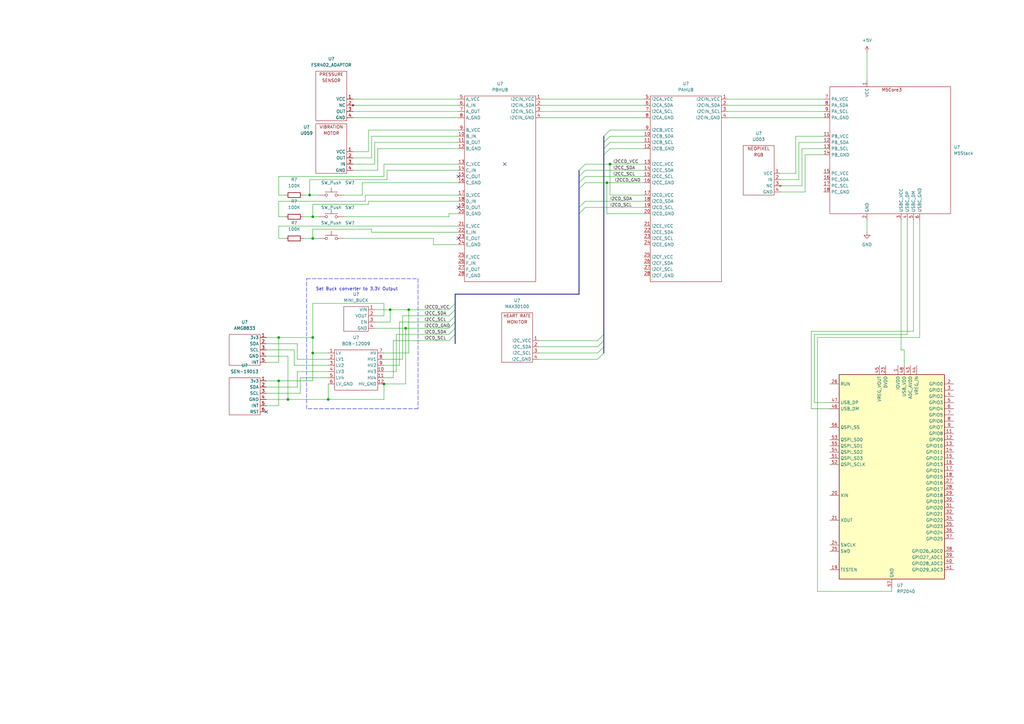
<source format=kicad_sch>
(kicad_sch (version 20211123) (generator eeschema)
  (paper "A3")
  (lib_symbols
    (symbol "Device:R" (pin_numbers hide) (pin_names (offset 0))
      (property "Reference" "R" (at 2.032 0 90))
      (property "Value" "R" (at 0 0 90))
      (symbol "R_0_1"
        (rectangle (start -1.016 -2.54) (end 1.016 2.54) (stroke (width 0.254)))
      )
      (symbol "R_1_1"
        (pin passive line (at 0 3.81 270) (length 1.27) (name "~") (number "1"))
        (pin passive line (at 0 -3.81 90) (length 1.27) (name "~") (number "2"))
      )
    )
    (symbol "M5TekSymbLib:AMG8833"
      (property "Reference" "U" (at 0 0 0))
      (property "Value" "AMG8833" (at 0 2.54 0))
      (symbol "AMG8833_0_0"
        (rectangle (start -6.35 -2.54) (end 6.35 -15.24))
      )
      (symbol "AMG8833_1_1"
        (pin power_in line (at 8.89 -3.81 180) (length 2.54) (name "3v3") (number "1"))
        (pin bidirectional line (at 8.89 -6.35 180) (length 2.54) (name "SDA") (number "2"))
        (pin bidirectional line (at 8.89 -8.89 180) (length 2.54) (name "SCL") (number "3"))
        (pin power_in line (at 8.89 -11.43 180) (length 2.54) (name "GND") (number "4"))
        (pin input line (at 8.89 -13.97 180) (length 2.54) (name "INT") (number "5"))
      )
    )
    (symbol "M5TekSymbLib:BOB-12009"
      (property "Reference" "U" (at 0 0 0))
      (property "Value" "BOB-12009" (at 0 2.54 0))
      (symbol "BOB-12009_0_0"
        (rectangle (start -8.89 -2.54) (end 8.89 -19.05))
      )
      (symbol "BOB-12009_1_1"
        (pin power_in line (at 11.43 -3.81 180) (length 2.54) (name "LV") (number "1"))
        (pin bidirectional line (at -11.43 -11.43 0) (length 2.54) (name "HV3") (number "10"))
        (pin bidirectional line (at -11.43 -13.97 0) (length 2.54) (name "HV4") (number "11"))
        (pin power_in line (at -11.43 -16.51 0) (length 2.54) (name "HV_GND") (number "12"))
        (pin bidirectional line (at 11.43 -6.35 180) (length 2.54) (name "LV1") (number "2"))
        (pin bidirectional line (at 11.43 -8.89 180) (length 2.54) (name "LV2") (number "3"))
        (pin bidirectional line (at 11.43 -11.43 180) (length 2.54) (name "LV3") (number "4"))
        (pin bidirectional line (at 11.43 -13.97 180) (length 2.54) (name "LV4") (number "5"))
        (pin power_in line (at 11.43 -16.51 180) (length 2.54) (name "LV_GND") (number "6"))
        (pin power_in line (at -11.43 -3.81 0) (length 2.54) (name "HV") (number "7"))
        (pin bidirectional line (at -11.43 -6.35 0) (length 2.54) (name "HV1") (number "8"))
        (pin bidirectional line (at -11.43 -8.89 0) (length 2.54) (name "HV2") (number "9"))
      )
    )
    (symbol "M5TekSymbLib:FSR402_ADAPTOR"
      (property "Reference" "U" (at 0 0 0))
      (property "Value" "FSR402_ADAPTOR" (at 0 2.54 0))
      (symbol "FSR402_ADAPTOR_0_0"
        (rectangle (start -6.35 -1.27) (end 6.35 -21.59))
        (text "PRESSURE" (at 0 -2.54 0) (effects (font (size 1.27 1.27))))
        (text "SENSOR" (at 0 -5.08 0) (effects (font (size 1.27 1.27))))
      )
      (symbol "FSR402_ADAPTOR_1_1"
        (pin input line (at 8.89 -12.7 180) (length 2.54) (name "VCC") (number "1"))
        (pin no_connect line (at 8.89 -15.24 180) (length 2.54) (name "NC") (number "2"))
        (pin input line (at 8.89 -17.78 180) (length 2.54) (name "OUT") (number "3"))
        (pin input line (at 8.89 -20.32 180) (length 2.54) (name "GND") (number "4"))
      )
    )
    (symbol "M5TekSymbLib:M5Stack"
      (property "Reference" "U" (at 0 0 0))
      (property "Value" "M5Stack" (at 0 2.54 0))
      (symbol "M5Stack_0_0"
        (text "M5Core3" (at 0 -3.81 0) (effects (font (size 1.27 1.27))))
      )
      (symbol "M5Stack_0_1"
        (rectangle (start -25.4 -2.54) (end 24.13 -54.61))
      )
      (symbol "M5Stack_1_1"
        (pin power_in line (at -10.16 0 270) (length 2.54) (name "VCC") (number "1"))
        (pin bidirectional line (at -27.94 -15.24 0) (length 2.54) (name "PA_GND") (number "10"))
        (pin bidirectional line (at -27.94 -22.86 0) (length 2.54) (name "PB_VCC") (number "11"))
        (pin bidirectional line (at -27.94 -25.4 0) (length 2.54) (name "PB_SDA") (number "12"))
        (pin bidirectional line (at -27.94 -27.94 0) (length 2.54) (name "PB_SCL") (number "13"))
        (pin bidirectional line (at -27.94 -30.48 0) (length 2.54) (name "PB_GND") (number "14"))
        (pin bidirectional line (at -27.94 -38.1 0) (length 2.54) (name "PC_VCC") (number "15"))
        (pin bidirectional line (at -27.94 -40.64 0) (length 2.54) (name "PC_SDA") (number "16"))
        (pin bidirectional line (at -27.94 -43.18 0) (length 2.54) (name "PC_SCL") (number "17"))
        (pin bidirectional line (at -27.94 -45.72 0) (length 2.54) (name "PC_GND") (number "18"))
        (pin power_in line (at -10.16 -57.15 90) (length 2.54) (name "GND") (number "2"))
        (pin bidirectional line (at 3.81 -57.15 90) (length 2.54) (name "USBC_VCC") (number "3"))
        (pin bidirectional line (at 6.35 -57.15 90) (length 2.54) (name "USBC_DP") (number "4"))
        (pin bidirectional line (at 8.89 -57.15 90) (length 2.54) (name "USBC_DM") (number "5"))
        (pin bidirectional line (at 11.43 -57.15 90) (length 2.54) (name "USBC_GND") (number "6"))
        (pin bidirectional line (at -27.94 -7.62 0) (length 2.54) (name "PA_VCC") (number "7"))
        (pin bidirectional line (at -27.94 -10.16 0) (length 2.54) (name "PA_SDA") (number "8"))
        (pin bidirectional line (at -27.94 -12.7 0) (length 2.54) (name "PA_SCL") (number "9"))
      )
    )
    (symbol "M5TekSymbLib:MAX30100"
      (property "Reference" "U" (at 0 0 0))
      (property "Value" "MAX30100" (at 0 2.54 0))
      (symbol "MAX30100_0_0"
        (rectangle (start -6.35 -2.54) (end 6.35 -22.86))
        (text "HEART RATE" (at 0 -3.81 0) (effects (font (size 1.27 1.27))))
        (text "MONITOR" (at 0 -6.35 0) (effects (font (size 1.27 1.27))))
      )
      (symbol "MAX30100_1_1"
        (pin input line (at 8.89 -13.97 180) (length 2.54) (name "I2C_VCC") (number "1"))
        (pin input line (at 8.89 -16.51 180) (length 2.54) (name "I2C_SDA") (number "2"))
        (pin input line (at 8.89 -19.05 180) (length 2.54) (name "I2C_SCL") (number "3"))
        (pin input line (at 8.89 -21.59 180) (length 2.54) (name "I2C_GND") (number "4"))
      )
    )
    (symbol "M5TekSymbLib:MINI_BUCK"
      (property "Reference" "U" (at 0 0 0))
      (property "Value" "MINI_BUCK" (at 0 2.54 0))
      (symbol "MINI_BUCK_0_0"
        (rectangle (start -5.08 -2.54) (end 5.08 -12.7))
      )
      (symbol "MINI_BUCK_1_1"
        (pin power_in line (at 7.62 -3.81 180) (length 2.54) (name "VIN") (number "1"))
        (pin power_out line (at 7.62 -6.35 180) (length 2.54) (name "VOUT") (number "2"))
        (pin input line (at 7.62 -8.89 180) (length 2.54) (name "EN") (number "3"))
        (pin power_in line (at 7.62 -11.43 180) (length 2.54) (name "GND") (number "4"))
      )
    )
    (symbol "M5TekSymbLib:PAHUB"
      (property "Reference" "U" (at 0 0 0))
      (property "Value" "PAHUB" (at 0 2.54 0))
      (symbol "PAHUB_0_0"
        (rectangle (start -15.24 -1.27) (end 13.97 -77.47))
      )
      (symbol "PAHUB_1_1"
        (pin input line (at 16.51 -2.54 180) (length 2.54) (name "I2CIN_VCC") (number "1"))
        (pin output line (at -17.78 -17.78 0) (length 2.54) (name "I2CB_SDA") (number "10"))
        (pin output line (at -17.78 -20.32 0) (length 2.54) (name "I2CB_SCL") (number "11"))
        (pin output line (at -17.78 -22.86 0) (length 2.54) (name "I2CB_GND") (number "12"))
        (pin output line (at -17.78 -29.21 0) (length 2.54) (name "I2CC_VCC") (number "13"))
        (pin output line (at -17.78 -31.75 0) (length 2.54) (name "I2CC_SDA") (number "14"))
        (pin output line (at -17.78 -34.29 0) (length 2.54) (name "I2CC_SCL") (number "15"))
        (pin output line (at -17.78 -36.83 0) (length 2.54) (name "I2CC_GND") (number "16"))
        (pin output line (at -17.78 -41.91 0) (length 2.54) (name "I2CD_VCC") (number "17"))
        (pin output line (at -17.78 -44.45 0) (length 2.54) (name "I2CD_SDA") (number "18"))
        (pin output line (at -17.78 -46.99 0) (length 2.54) (name "I2CD_SCL") (number "19"))
        (pin input line (at 16.51 -5.08 180) (length 2.54) (name "I2CIN_SDA") (number "2"))
        (pin output line (at -17.78 -49.53 0) (length 2.54) (name "I2CD_GND") (number "20"))
        (pin output line (at -17.78 -54.61 0) (length 2.54) (name "I2CE_VCC") (number "21"))
        (pin output line (at -17.78 -57.15 0) (length 2.54) (name "I2CE_SDA") (number "22"))
        (pin output line (at -17.78 -59.69 0) (length 2.54) (name "I2CE_SCL") (number "23"))
        (pin output line (at -17.78 -62.23 0) (length 2.54) (name "I2CE_GND") (number "24"))
        (pin output line (at -17.78 -67.31 0) (length 2.54) (name "I2CF_VCC") (number "25"))
        (pin output line (at -17.78 -69.85 0) (length 2.54) (name "I2CF_SDA") (number "26"))
        (pin output line (at -17.78 -72.39 0) (length 2.54) (name "I2CF_SCL") (number "27"))
        (pin output line (at -17.78 -74.93 0) (length 2.54) (name "I2CF_GND") (number "28"))
        (pin input line (at 16.51 -7.62 180) (length 2.54) (name "I2CIN_SCL") (number "3"))
        (pin input line (at 16.51 -10.16 180) (length 2.54) (name "I2CIN_GND") (number "4"))
        (pin output line (at -17.78 -2.54 0) (length 2.54) (name "I2CA_VCC") (number "5"))
        (pin output line (at -17.78 -5.08 0) (length 2.54) (name "I2CA_SDA") (number "6"))
        (pin output line (at -17.78 -7.62 0) (length 2.54) (name "I2CA_SCL") (number "7"))
        (pin output line (at -17.78 -10.16 0) (length 2.54) (name "I2CA_GND") (number "8"))
        (pin output line (at -17.78 -15.24 0) (length 2.54) (name "I2CB_VCC") (number "9"))
      )
    )
    (symbol "M5TekSymbLib:PBHUB"
      (property "Reference" "U" (at 0 0 0))
      (property "Value" "PBHUB" (at 0 2.54 0))
      (symbol "PBHUB_0_0"
        (rectangle (start -15.24 -1.27) (end 13.97 -77.47))
      )
      (symbol "PBHUB_1_1"
        (pin input line (at 16.51 -2.54 180) (length 2.54) (name "I2CIN_VCC") (number "1"))
        (pin output line (at -17.78 -17.78 0) (length 2.54) (name "B_IN") (number "10"))
        (pin output line (at -17.78 -20.32 0) (length 2.54) (name "B_OUT") (number "11"))
        (pin output line (at -17.78 -22.86 0) (length 2.54) (name "B_GND") (number "12"))
        (pin output line (at -17.78 -29.21 0) (length 2.54) (name "C_VCC") (number "13"))
        (pin output line (at -17.78 -31.75 0) (length 2.54) (name "C_IN") (number "14"))
        (pin output line (at -17.78 -34.29 0) (length 2.54) (name "C_OUT") (number "15"))
        (pin output line (at -17.78 -36.83 0) (length 2.54) (name "C_GND") (number "16"))
        (pin output line (at -17.78 -41.91 0) (length 2.54) (name "D_VCC") (number "17"))
        (pin output line (at -17.78 -44.45 0) (length 2.54) (name "D_IN") (number "18"))
        (pin output line (at -17.78 -46.99 0) (length 2.54) (name "D_OUT") (number "19"))
        (pin input line (at 16.51 -5.08 180) (length 2.54) (name "I2CIN_SDA") (number "2"))
        (pin output line (at -17.78 -49.53 0) (length 2.54) (name "D_GND") (number "20"))
        (pin output line (at -17.78 -54.61 0) (length 2.54) (name "E_VCC") (number "21"))
        (pin output line (at -17.78 -57.15 0) (length 2.54) (name "E_IN") (number "22"))
        (pin output line (at -17.78 -59.69 0) (length 2.54) (name "E_OUT") (number "23"))
        (pin output line (at -17.78 -62.23 0) (length 2.54) (name "E_GND") (number "24"))
        (pin output line (at -17.78 -67.31 0) (length 2.54) (name "F_VCC") (number "25"))
        (pin output line (at -17.78 -69.85 0) (length 2.54) (name "F_IN") (number "26"))
        (pin output line (at -17.78 -72.39 0) (length 2.54) (name "F_OUT") (number "27"))
        (pin output line (at -17.78 -74.93 0) (length 2.54) (name "F_GND") (number "28"))
        (pin input line (at 16.51 -7.62 180) (length 2.54) (name "I2CIN_SCL") (number "3"))
        (pin input line (at 16.51 -10.16 180) (length 2.54) (name "I2CIN_GND") (number "4"))
        (pin output line (at -17.78 -2.54 0) (length 2.54) (name "A_VCC") (number "5"))
        (pin output line (at -17.78 -5.08 0) (length 2.54) (name "A_IN") (number "6"))
        (pin output line (at -17.78 -7.62 0) (length 2.54) (name "A_OUT") (number "7"))
        (pin output line (at -17.78 -10.16 0) (length 2.54) (name "A_GND") (number "8"))
        (pin output line (at -17.78 -15.24 0) (length 2.54) (name "B_VCC") (number "9"))
      )
    )
    (symbol "M5TekSymbLib:SEN-19013"
      (property "Reference" "U" (at 0 0 0))
      (property "Value" "SEN-19013" (at 0 2.54 0))
      (symbol "SEN-19013_0_0"
        (rectangle (start -6.35 -1.27) (end 6.35 -16.51))
      )
      (symbol "SEN-19013_1_1"
        (pin power_in line (at 8.89 -2.54 180) (length 2.54) (name "3v3") (number "1"))
        (pin bidirectional line (at 8.89 -5.08 180) (length 2.54) (name "SDA") (number "2"))
        (pin bidirectional line (at 8.89 -7.62 180) (length 2.54) (name "SCL") (number "3"))
        (pin power_in line (at 8.89 -10.16 180) (length 2.54) (name "GND") (number "4"))
        (pin input line (at 8.89 -12.7 180) (length 2.54) (name "INT") (number "5"))
        (pin input line (at 8.89 -15.24 180) (length 2.54) (name "RST") (number "6"))
      )
    )
    (symbol "M5TekSymbLib:U003"
      (property "Reference" "U" (at 0 0 0))
      (property "Value" "U003" (at 0 2.54 0))
      (symbol "U003_0_0"
        (rectangle (start -6.35 -1.27) (end 6.35 -21.59))
        (text "NEOPIXEL" (at 0 -2.54 0) (effects (font (size 1.27 1.27))))
        (text "RGB" (at 0 -5.08 0) (effects (font (size 1.27 1.27))))
      )
      (symbol "U003_1_1"
        (pin input line (at 8.89 -12.7 180) (length 2.54) (name "VCC") (number "1"))
        (pin input line (at 8.89 -15.24 180) (length 2.54) (name "IN") (number "2"))
        (pin no_connect line (at 8.89 -17.78 180) (length 2.54) (name "NC") (number "3"))
        (pin input line (at 8.89 -20.32 180) (length 2.54) (name "GND") (number "4"))
      )
    )
    (symbol "M5TekSymbLib:U059"
      (property "Reference" "U" (at 0 0 0))
      (property "Value" "U059" (at 0 2.54 0))
      (symbol "U059_0_0"
        (rectangle (start -6.35 -1.27) (end 6.35 -21.59))
        (text "MOTOR" (at 0 -5.08 0) (effects (font (size 1.27 1.27))))
        (text "VIBRATION" (at 0 -2.54 0) (effects (font (size 1.27 1.27))))
      )
      (symbol "U059_1_1"
        (pin input line (at 8.89 -12.7 180) (length 2.54) (name "VCC") (number "1"))
        (pin input line (at 8.89 -15.24 180) (length 2.54) (name "OUT") (number "2"))
        (pin input line (at 8.89 -17.78 180) (length 2.54) (name "IN") (number "3"))
        (pin input line (at 8.89 -20.32 180) (length 2.54) (name "GND") (number "4"))
      )
    )
    (symbol "MCU_RaspberryPi:RP2040"
      (property "Reference" "U" (at 17.78 45.72 0))
      (property "Value" "RP2040" (at 17.78 43.18 0))
      (symbol "RP2040_0_1"
        (rectangle (start -21.59 41.91) (end 21.59 -41.91) (stroke (width 0.254)) (fill (type background)))
      )
      (symbol "RP2040_1_1"
        (pin power_in line (at 2.54 45.72 270) (length 3.81) (name "IOVDD") (number "1"))
        (pin passive line (at 2.54 45.72 270) (length 3.81) hide (name "IOVDD") (number "10"))
        (pin bidirectional line (at 25.4 17.78 180) (length 3.81) (name "GPIO8") (number "11"))
        (pin bidirectional line (at 25.4 15.24 180) (length 3.81) (name "GPIO9") (number "12"))
        (pin bidirectional line (at 25.4 12.7 180) (length 3.81) (name "GPIO10") (number "13"))
        (pin bidirectional line (at 25.4 10.16 180) (length 3.81) (name "GPIO11") (number "14"))
        (pin bidirectional line (at 25.4 7.62 180) (length 3.81) (name "GPIO12") (number "15"))
        (pin bidirectional line (at 25.4 5.08 180) (length 3.81) (name "GPIO13") (number "16"))
        (pin bidirectional line (at 25.4 2.54 180) (length 3.81) (name "GPIO14") (number "17"))
        (pin bidirectional line (at 25.4 0 180) (length 3.81) (name "GPIO15") (number "18"))
        (pin input line (at -25.4 -38.1 0) (length 3.81) (name "TESTEN") (number "19"))
        (pin bidirectional line (at 25.4 38.1 180) (length 3.81) (name "GPIO0") (number "2"))
        (pin input line (at -25.4 -7.62 0) (length 3.81) (name "XIN") (number "20"))
        (pin passive line (at -25.4 -17.78 0) (length 3.81) (name "XOUT") (number "21"))
        (pin passive line (at 2.54 45.72 270) (length 3.81) hide (name "IOVDD") (number "22"))
        (pin power_in line (at -2.54 45.72 270) (length 3.81) (name "DVDD") (number "23"))
        (pin output line (at -25.4 -27.94 0) (length 3.81) (name "SWCLK") (number "24"))
        (pin bidirectional line (at -25.4 -30.48 0) (length 3.81) (name "SWD") (number "25"))
        (pin input line (at -25.4 38.1 0) (length 3.81) (name "RUN") (number "26"))
        (pin bidirectional line (at 25.4 -2.54 180) (length 3.81) (name "GPIO16") (number "27"))
        (pin bidirectional line (at 25.4 -5.08 180) (length 3.81) (name "GPIO17") (number "28"))
        (pin bidirectional line (at 25.4 -7.62 180) (length 3.81) (name "GPIO18") (number "29"))
        (pin bidirectional line (at 25.4 35.56 180) (length 3.81) (name "GPIO1") (number "3"))
        (pin bidirectional line (at 25.4 -10.16 180) (length 3.81) (name "GPIO19") (number "30"))
        (pin bidirectional line (at 25.4 -12.7 180) (length 3.81) (name "GPIO20") (number "31"))
        (pin bidirectional line (at 25.4 -15.24 180) (length 3.81) (name "GPIO21") (number "32"))
        (pin passive line (at 2.54 45.72 270) (length 3.81) hide (name "IOVDD") (number "33"))
        (pin bidirectional line (at 25.4 -17.78 180) (length 3.81) (name "GPIO22") (number "34"))
        (pin bidirectional line (at 25.4 -20.32 180) (length 3.81) (name "GPIO23") (number "35"))
        (pin bidirectional line (at 25.4 -22.86 180) (length 3.81) (name "GPIO24") (number "36"))
        (pin bidirectional line (at 25.4 -25.4 180) (length 3.81) (name "GPIO25") (number "37"))
        (pin bidirectional line (at 25.4 -30.48 180) (length 3.81) (name "GPIO26_ADC0") (number "38"))
        (pin bidirectional line (at 25.4 -33.02 180) (length 3.81) (name "GPIO27_ADC1") (number "39"))
        (pin bidirectional line (at 25.4 33.02 180) (length 3.81) (name "GPIO2") (number "4"))
        (pin bidirectional line (at 25.4 -35.56 180) (length 3.81) (name "GPIO28_ADC2") (number "40"))
        (pin bidirectional line (at 25.4 -38.1 180) (length 3.81) (name "GPIO29_ADC3") (number "41"))
        (pin passive line (at 2.54 45.72 270) (length 3.81) hide (name "IOVDD") (number "42"))
        (pin power_in line (at 7.62 45.72 270) (length 3.81) (name "ADC_AVDD") (number "43"))
        (pin power_in line (at 10.16 45.72 270) (length 3.81) (name "VREG_IN") (number "44"))
        (pin power_out line (at -5.08 45.72 270) (length 3.81) (name "VREG_VOUT") (number "45"))
        (pin bidirectional line (at -25.4 27.94 0) (length 3.81) (name "USB_DM") (number "46"))
        (pin bidirectional line (at -25.4 30.48 0) (length 3.81) (name "USB_DP") (number "47"))
        (pin power_in line (at 5.08 45.72 270) (length 3.81) (name "USB_VDD") (number "48"))
        (pin passive line (at 2.54 45.72 270) (length 3.81) hide (name "IOVDD") (number "49"))
        (pin bidirectional line (at 25.4 30.48 180) (length 3.81) (name "GPIO3") (number "5"))
        (pin passive line (at -2.54 45.72 270) (length 3.81) hide (name "DVDD") (number "50"))
        (pin bidirectional line (at -25.4 7.62 0) (length 3.81) (name "QSPI_SD3") (number "51"))
        (pin output line (at -25.4 5.08 0) (length 3.81) (name "QSPI_SCLK") (number "52"))
        (pin bidirectional line (at -25.4 15.24 0) (length 3.81) (name "QSPI_SD0") (number "53"))
        (pin bidirectional line (at -25.4 10.16 0) (length 3.81) (name "QSPI_SD2") (number "54"))
        (pin bidirectional line (at -25.4 12.7 0) (length 3.81) (name "QSPI_SD1") (number "55"))
        (pin bidirectional line (at -25.4 20.32 0) (length 3.81) (name "QSPI_SS") (number "56"))
        (pin power_in line (at 0 -45.72 90) (length 3.81) (name "GND") (number "57"))
        (pin bidirectional line (at 25.4 27.94 180) (length 3.81) (name "GPIO4") (number "6"))
        (pin bidirectional line (at 25.4 25.4 180) (length 3.81) (name "GPIO5") (number "7"))
        (pin bidirectional line (at 25.4 22.86 180) (length 3.81) (name "GPIO6") (number "8"))
        (pin bidirectional line (at 25.4 20.32 180) (length 3.81) (name "GPIO7") (number "9"))
      )
    )
    (symbol "Switch:SW_Push" (pin_numbers hide) (pin_names (offset 1.016) hide)
      (property "Reference" "SW" (at 1.27 2.54 0))
      (property "Value" "SW_Push" (at 0 -1.524 0))
      (symbol "SW_Push_0_1"
        (circle (center -2.032 0) (radius 0.508))
        (polyline (pts (xy 0 1.27) (xy 0 3.048)))
        (polyline (pts (xy 2.54 1.27) (xy -2.54 1.27)))
        (circle (center 2.032 0) (radius 0.508))
        (pin passive line (at -5.08 0 0) (length 2.54) (name "1") (number "1"))
        (pin passive line (at 5.08 0 180) (length 2.54) (name "2") (number "2"))
      )
    )
    (symbol "power:+5V" (power) (pin_names (offset 0))
      (property "Value" "+5V" (at 0 3.556 0))
      (symbol "+5V_0_1"
        (polyline (pts (xy -0.762 1.27) (xy 0 2.54)))
        (polyline (pts (xy 0 0) (xy 0 2.54)))
        (polyline (pts (xy 0 2.54) (xy 0.762 1.27)))
      )
      (symbol "+5V_1_1"
        (pin power_in line (at 0 0 90) (length 0) hide (name "+5V") (number "1"))
      )
    )
    (symbol "power:GND" (power) (pin_names (offset 0))
      (property "Value" "GND" (at 0 -3.81 0))
      (symbol "GND_0_1"
        (polyline (pts (xy 0 0) (xy 0 -1.27) (xy 1.27 -1.27) (xy 0 -2.54) (xy -1.27 -1.27) (xy 0 -1.27)))
      )
      (symbol "GND_1_1"
        (pin power_in line (at 0 0 270) (length 0) hide (name "GND") (number "1"))
      )
    )
  )
  (junction (at 128.27 144.78))
  (junction (at 128.27 138.43))
  (junction (at 134.62 163.83))
  (junction (at 127 80.01))
  (junction (at 157.48 157.48))
  (junction (at 160.02 127))
  (junction (at 167.64 127))
  (junction (at 166.37 134.62))
  (junction (at 118.11 163.83))
  (junction (at 248.92 74.93))
  (junction (at 114.3 138.43))
  (junction (at 128.27 88.9))
  (junction (at 114.3 156.21))
  (junction (at 250.19 67.31))
  (junction (at 128.27 97.79))
  (no_connect (at 187.96 97.79))
  (no_connect (at 109.22 168.91))
  (no_connect (at 207.01 67.31))
  (no_connect (at 187.96 72.39))
  (no_connect (at 187.96 85.09))
  (bus_entry (at 237.49 85.09) (size 2.54 -2.54))
  (bus_entry (at 237.49 87.63) (size 2.54 -2.54))
  (bus_entry (at 237.49 69.85) (size 2.54 -2.54))
  (bus_entry (at 237.49 72.39) (size 2.54 -2.54))
  (bus_entry (at 237.49 74.93) (size 2.54 -2.54))
  (bus_entry (at 237.49 77.47) (size 2.54 -2.54))
  (bus_entry (at 186.69 134.62) (size -2.54 2.54))
  (bus_entry (at 186.69 137.16) (size -2.54 2.54))
  (bus_entry (at 247.65 144.78) (size -2.54 2.54))
  (bus_entry (at 247.65 137.16) (size -2.54 2.54))
  (bus_entry (at 247.65 139.7) (size -2.54 2.54))
  (bus_entry (at 247.65 142.24) (size -2.54 2.54))
  (bus_entry (at 247.65 60.96) (size 2.54 -2.54))
  (bus_entry (at 247.65 63.5) (size 2.54 -2.54))
  (bus_entry (at 247.65 55.88) (size 2.54 -2.54))
  (bus_entry (at 247.65 58.42) (size 2.54 -2.54))
  (bus_entry (at 184.15 127) (size 2.54 -2.54))
  (bus_entry (at 184.15 134.62) (size 2.54 -2.54))
  (bus_entry (at 184.15 129.54) (size 2.54 -2.54))
  (bus_entry (at 184.15 132.08) (size 2.54 -2.54))
  (wire (pts (xy 158.75 73.66) (xy 127 73.66)))
  (wire (pts (xy 184.15 87.63) (xy 187.96 87.63)))
  (wire (pts (xy 298.45 45.72) (xy 337.82 45.72)))
  (wire (pts (xy 248.92 87.63) (xy 248.92 74.93)))
  (wire (pts (xy 162.56 137.16) (xy 162.56 152.4)))
  (wire (pts (xy 250.19 58.42) (xy 264.16 58.42)))
  (wire (pts (xy 114.3 92.71) (xy 114.3 97.79)))
  (wire (pts (xy 144.78 48.26) (xy 187.96 48.26)))
  (wire (pts (xy 250.19 53.34) (xy 264.16 53.34)))
  (wire (pts (xy 124.46 97.79) (xy 128.27 97.79)))
  (wire (pts (xy 166.37 134.62) (xy 166.37 157.48)))
  (wire (pts (xy 160.02 127) (xy 167.64 127)))
  (wire (pts (xy 109.22 143.51) (xy 120.65 143.51)))
  (bus (pts (xy 186.69 134.62) (xy 186.69 137.16)))
  (wire (pts (xy 166.37 134.62) (xy 184.15 134.62)))
  (bus (pts (xy 247.65 142.24) (xy 247.65 144.78)))
  (wire (pts (xy 121.92 152.4) (xy 121.92 158.75)))
  (wire (pts (xy 154.94 69.85) (xy 144.78 69.85)))
  (wire (pts (xy 337.82 60.96) (xy 328.93 60.96)))
  (wire (pts (xy 222.25 45.72) (xy 264.16 45.72)))
  (bus (pts (xy 186.69 132.08) (xy 186.69 134.62)))
  (wire (pts (xy 152.4 93.98) (xy 128.27 93.98)))
  (wire (pts (xy 187.96 80.01) (xy 149.86 80.01)))
  (wire (pts (xy 162.56 152.4) (xy 157.48 152.4)))
  (wire (pts (xy 264.16 87.63) (xy 248.92 87.63)))
  (wire (pts (xy 332.74 167.64) (xy 332.74 135.89)))
  (wire (pts (xy 114.3 82.55) (xy 149.86 82.55)))
  (bus (pts (xy 247.65 60.96) (xy 247.65 63.5)))
  (wire (pts (xy 151.13 53.34) (xy 151.13 62.23)))
  (wire (pts (xy 340.36 167.64) (xy 332.74 167.64)))
  (wire (pts (xy 337.82 63.5) (xy 330.2 63.5)))
  (wire (pts (xy 109.22 146.05) (xy 118.11 146.05)))
  (wire (pts (xy 326.39 55.88) (xy 326.39 71.12)))
  (wire (pts (xy 120.65 149.86) (xy 134.62 149.86)))
  (bus (pts (xy 186.69 129.54) (xy 186.69 132.08)))
  (wire (pts (xy 124.46 80.01) (xy 127 80.01)))
  (wire (pts (xy 165.1 147.32) (xy 157.48 147.32)))
  (wire (pts (xy 161.29 154.94) (xy 157.48 154.94)))
  (wire (pts (xy 187.96 58.42) (xy 153.67 58.42)))
  (wire (pts (xy 326.39 71.12) (xy 320.04 71.12)))
  (wire (pts (xy 123.19 161.29) (xy 109.22 161.29)))
  (wire (pts (xy 114.3 82.55) (xy 114.3 88.9)))
  (wire (pts (xy 222.25 43.18) (xy 264.16 43.18)))
  (wire (pts (xy 240.03 69.85) (xy 264.16 69.85)))
  (wire (pts (xy 298.45 48.26) (xy 337.82 48.26)))
  (bus (pts (xy 237.49 74.93) (xy 237.49 77.47)))
  (wire (pts (xy 332.74 135.89) (xy 374.65 135.89)))
  (wire (pts (xy 355.6 90.17) (xy 355.6 95.25)))
  (wire (pts (xy 167.64 127) (xy 167.64 144.78)))
  (wire (pts (xy 151.13 83.82) (xy 128.27 83.82)))
  (wire (pts (xy 369.57 90.17) (xy 369.57 143.51)))
  (wire (pts (xy 148.59 80.01) (xy 140.97 80.01)))
  (wire (pts (xy 140.97 88.9) (xy 184.15 88.9)))
  (wire (pts (xy 152.4 95.25) (xy 152.4 93.98)))
  (wire (pts (xy 118.11 146.05) (xy 118.11 163.83)))
  (wire (pts (xy 250.19 67.31) (xy 264.16 67.31)))
  (wire (pts (xy 153.67 67.31) (xy 144.78 67.31)))
  (wire (pts (xy 330.2 63.5) (xy 330.2 78.74)))
  (wire (pts (xy 121.92 147.32) (xy 134.62 147.32)))
  (wire (pts (xy 114.3 166.37) (xy 114.3 156.21)))
  (wire (pts (xy 327.66 73.66) (xy 320.04 73.66)))
  (wire (pts (xy 250.19 60.96) (xy 264.16 60.96)))
  (wire (pts (xy 153.67 132.08) (xy 160.02 132.08)))
  (wire (pts (xy 177.8 97.79) (xy 177.8 100.33)))
  (wire (pts (xy 328.93 76.2) (xy 320.04 76.2)))
  (wire (pts (xy 157.48 72.39) (xy 114.3 72.39)))
  (polyline (pts (xy 171.45 167.64) (xy 125.73 167.64)))
  (wire (pts (xy 157.48 67.31) (xy 157.48 72.39)))
  (bus (pts (xy 247.65 63.5) (xy 247.65 137.16)))
  (wire (pts (xy 369.57 143.51) (xy 370.84 143.51)))
  (wire (pts (xy 127 73.66) (xy 127 80.01)))
  (wire (pts (xy 144.78 40.64) (xy 187.96 40.64)))
  (bus (pts (xy 186.69 120.65) (xy 186.69 124.46)))
  (wire (pts (xy 157.48 124.46) (xy 128.27 124.46)))
  (wire (pts (xy 250.19 55.88) (xy 264.16 55.88)))
  (wire (pts (xy 134.62 154.94) (xy 123.19 154.94)))
  (wire (pts (xy 163.83 149.86) (xy 157.48 149.86)))
  (wire (pts (xy 250.19 80.01) (xy 250.19 67.31)))
  (wire (pts (xy 372.11 137.16) (xy 334.01 137.16)))
  (wire (pts (xy 298.45 43.18) (xy 337.82 43.18)))
  (wire (pts (xy 128.27 83.82) (xy 128.27 88.9)))
  (wire (pts (xy 114.3 138.43) (xy 128.27 138.43)))
  (wire (pts (xy 240.03 74.93) (xy 248.92 74.93)))
  (bus (pts (xy 247.65 58.42) (xy 247.65 60.96)))
  (wire (pts (xy 149.86 80.01) (xy 149.86 82.55)))
  (wire (pts (xy 337.82 58.42) (xy 327.66 58.42)))
  (wire (pts (xy 240.03 82.55) (xy 264.16 82.55)))
  (wire (pts (xy 157.48 163.83) (xy 157.48 157.48)))
  (bus (pts (xy 237.49 85.09) (xy 237.49 87.63)))
  (wire (pts (xy 166.37 157.48) (xy 157.48 157.48)))
  (wire (pts (xy 128.27 144.78) (xy 128.27 156.21)))
  (wire (pts (xy 140.97 97.79) (xy 177.8 97.79)))
  (wire (pts (xy 128.27 88.9) (xy 130.81 88.9)))
  (wire (pts (xy 355.6 21.59) (xy 355.6 33.02)))
  (wire (pts (xy 124.46 88.9) (xy 128.27 88.9)))
  (wire (pts (xy 222.25 40.64) (xy 264.16 40.64)))
  (wire (pts (xy 153.67 134.62) (xy 166.37 134.62)))
  (wire (pts (xy 167.64 144.78) (xy 157.48 144.78)))
  (bus (pts (xy 186.69 137.16) (xy 186.69 140.97)))
  (wire (pts (xy 220.98 139.7) (xy 245.11 139.7)))
  (wire (pts (xy 127 80.01) (xy 130.81 80.01)))
  (wire (pts (xy 240.03 72.39) (xy 264.16 72.39)))
  (wire (pts (xy 330.2 78.74) (xy 320.04 78.74)))
  (wire (pts (xy 153.67 127) (xy 160.02 127)))
  (wire (pts (xy 128.27 138.43) (xy 128.27 144.78)))
  (polyline (pts (xy 125.73 114.3) (xy 171.45 114.3)))
  (wire (pts (xy 187.96 74.93) (xy 148.59 74.93)))
  (wire (pts (xy 109.22 140.97) (xy 121.92 140.97)))
  (wire (pts (xy 161.29 139.7) (xy 161.29 154.94)))
  (bus (pts (xy 247.65 137.16) (xy 247.65 139.7)))
  (wire (pts (xy 128.27 156.21) (xy 114.3 156.21)))
  (wire (pts (xy 154.94 60.96) (xy 154.94 69.85)))
  (bus (pts (xy 237.49 87.63) (xy 237.49 120.65)))
  (wire (pts (xy 220.98 144.78) (xy 245.11 144.78)))
  (wire (pts (xy 334.01 165.1) (xy 340.36 165.1)))
  (wire (pts (xy 128.27 144.78) (xy 134.62 144.78)))
  (wire (pts (xy 134.62 152.4) (xy 121.92 152.4)))
  (wire (pts (xy 220.98 142.24) (xy 245.11 142.24)))
  (wire (pts (xy 152.4 55.88) (xy 152.4 64.77)))
  (wire (pts (xy 151.13 62.23) (xy 144.78 62.23)))
  (wire (pts (xy 248.92 74.93) (xy 264.16 74.93)))
  (wire (pts (xy 134.62 157.48) (xy 134.62 163.83)))
  (wire (pts (xy 158.75 69.85) (xy 158.75 73.66)))
  (wire (pts (xy 123.19 154.94) (xy 123.19 161.29)))
  (wire (pts (xy 153.67 58.42) (xy 153.67 67.31)))
  (bus (pts (xy 237.49 120.65) (xy 186.69 120.65)))
  (wire (pts (xy 165.1 129.54) (xy 184.15 129.54)))
  (wire (pts (xy 220.98 147.32) (xy 245.11 147.32)))
  (wire (pts (xy 128.27 124.46) (xy 128.27 138.43)))
  (wire (pts (xy 109.22 166.37) (xy 114.3 166.37)))
  (wire (pts (xy 165.1 129.54) (xy 165.1 147.32)))
  (wire (pts (xy 114.3 88.9) (xy 116.84 88.9)))
  (wire (pts (xy 184.15 88.9) (xy 184.15 87.63)))
  (wire (pts (xy 120.65 143.51) (xy 120.65 149.86)))
  (wire (pts (xy 337.82 55.88) (xy 326.39 55.88)))
  (wire (pts (xy 118.11 163.83) (xy 134.62 163.83)))
  (wire (pts (xy 114.3 148.59) (xy 114.3 138.43)))
  (wire (pts (xy 187.96 67.31) (xy 157.48 67.31)))
  (bus (pts (xy 186.69 124.46) (xy 186.69 127)))
  (wire (pts (xy 121.92 158.75) (xy 109.22 158.75)))
  (wire (pts (xy 264.16 80.01) (xy 250.19 80.01)))
  (wire (pts (xy 328.93 60.96) (xy 328.93 76.2)))
  (wire (pts (xy 161.29 139.7) (xy 184.15 139.7)))
  (wire (pts (xy 167.64 127) (xy 184.15 127)))
  (wire (pts (xy 298.45 40.64) (xy 337.82 40.64)))
  (wire (pts (xy 109.22 148.59) (xy 114.3 148.59)))
  (wire (pts (xy 151.13 82.55) (xy 151.13 83.82)))
  (wire (pts (xy 114.3 72.39) (xy 114.3 80.01)))
  (wire (pts (xy 148.59 74.93) (xy 148.59 80.01)))
  (wire (pts (xy 121.92 140.97) (xy 121.92 147.32)))
  (bus (pts (xy 237.49 69.85) (xy 237.49 72.39)))
  (polyline (pts (xy 171.45 114.3) (xy 171.45 167.64)))
  (wire (pts (xy 222.25 48.26) (xy 264.16 48.26)))
  (bus (pts (xy 186.69 127) (xy 186.69 129.54)))
  (wire (pts (xy 109.22 138.43) (xy 114.3 138.43)))
  (bus (pts (xy 247.65 139.7) (xy 247.65 142.24)))
  (polyline (pts (xy 125.73 167.64) (xy 125.73 114.3)))
  (wire (pts (xy 187.96 92.71) (xy 114.3 92.71)))
  (wire (pts (xy 144.78 45.72) (xy 187.96 45.72)))
  (wire (pts (xy 162.56 137.16) (xy 184.15 137.16)))
  (bus (pts (xy 237.49 72.39) (xy 237.49 74.93)))
  (wire (pts (xy 372.11 90.17) (xy 372.11 137.16)))
  (wire (pts (xy 240.03 67.31) (xy 250.19 67.31)))
  (wire (pts (xy 187.96 69.85) (xy 158.75 69.85)))
  (wire (pts (xy 153.67 129.54) (xy 157.48 129.54)))
  (wire (pts (xy 152.4 64.77) (xy 144.78 64.77)))
  (wire (pts (xy 327.66 58.42) (xy 327.66 73.66)))
  (wire (pts (xy 114.3 97.79) (xy 116.84 97.79)))
  (wire (pts (xy 134.62 163.83) (xy 157.48 163.83)))
  (wire (pts (xy 365.76 242.57) (xy 365.76 241.3)))
  (wire (pts (xy 187.96 60.96) (xy 154.94 60.96)))
  (wire (pts (xy 377.19 138.43) (xy 335.28 138.43)))
  (wire (pts (xy 157.48 129.54) (xy 157.48 124.46)))
  (wire (pts (xy 187.96 53.34) (xy 151.13 53.34)))
  (wire (pts (xy 187.96 55.88) (xy 152.4 55.88)))
  (wire (pts (xy 240.03 85.09) (xy 264.16 85.09)))
  (wire (pts (xy 187.96 82.55) (xy 151.13 82.55)))
  (wire (pts (xy 114.3 156.21) (xy 109.22 156.21)))
  (wire (pts (xy 377.19 90.17) (xy 377.19 138.43)))
  (wire (pts (xy 334.01 137.16) (xy 334.01 165.1)))
  (wire (pts (xy 160.02 132.08) (xy 160.02 127)))
  (wire (pts (xy 128.27 97.79) (xy 130.81 97.79)))
  (wire (pts (xy 144.78 43.18) (xy 187.96 43.18)))
  (wire (pts (xy 128.27 93.98) (xy 128.27 97.79)))
  (wire (pts (xy 177.8 100.33) (xy 187.96 100.33)))
  (wire (pts (xy 335.28 138.43) (xy 335.28 242.57)))
  (wire (pts (xy 335.28 242.57) (xy 365.76 242.57)))
  (wire (pts (xy 114.3 80.01) (xy 116.84 80.01)))
  (wire (pts (xy 370.84 143.51) (xy 370.84 149.86)))
  (bus (pts (xy 237.49 77.47) (xy 237.49 85.09)))
  (wire (pts (xy 109.22 163.83) (xy 118.11 163.83)))
  (wire (pts (xy 163.83 132.08) (xy 163.83 149.86)))
  (bus (pts (xy 247.65 55.88) (xy 247.65 58.42)))
  (wire (pts (xy 374.65 135.89) (xy 374.65 90.17)))
  (wire (pts (xy 163.83 132.08) (xy 184.15 132.08)))
  (wire (pts (xy 187.96 95.25) (xy 152.4 95.25)))
  (text "Set Buck converter to 3.3V Output" (at 129.54 119.38 0) (effects (font (size 1.27 1.27)) (justify left bottom)))
  (label "I2CC_SCL" (at 173.99 132.08 0))
  (label "I2CD_SCL" (at 250.19 85.09 0))
  (label "I2CD_SDA" (at 250.19 82.55 0))
  (label "I2CC_SDA" (at 251.46 69.85 0))
  (label "I2CCD_GND" (at 252.095 74.93 0))
  (label "I2CD_SDA" (at 173.99 137.16 0))
  (label "I2CCD_VCC" (at 173.99 127 0))
  (label "I2CC_SDA" (at 173.99 129.54 0))
  (label "I2CCD_GND" (at 173.99 134.62 0))
  (label "I2CCD_VCC" (at 251.46 67.31 0))
  (label "I2CC_SCL" (at 251.46 72.39 0))
  (label "I2CD_SCL" (at 173.99 139.7 0))
  (symbol (lib_id "Switch:SW_Push") (at 135.89 88.9 0) (unit 1)
    (property "Reference" "SW?" (at 143.51 85.09 0))
    (property "Value" "SW_Push" (at 135.89 85.09 0))
  )
  (symbol (lib_id "M5TekSymbLib:BOB-12009") (at 146.05 140.97 0) (mirror y) (unit 1)
    (property "Reference" "U?" (at 146.05 138.43 0))
    (property "Value" "BOB-12009" (at 146.05 140.97 0))
  )
  (symbol (lib_id "MCU_RaspberryPi:RP2040") (at 365.76 195.58 0) (unit 1)
    (property "Reference" "U?" (at 367.7794 240.03 0) (effects (justify left)))
    (property "Value" "RP2040" (at 367.7794 242.57 0) (effects (justify left)))
    (property "Footprint" "Package_DFN_QFN:QFN-56-1EP_7x7mm_P0.4mm_EP3.2x3.2mm" (effects hide))
    (property "Datasheet" "https://datasheets.raspberrypi.com/rp2040/rp2040-datasheet.pdf" (effects hide))
  )
  (symbol (lib_id "M5TekSymbLib:U003") (at 311.15 58.42 0) (unit 1)
    (property "Reference" "U?" (at 311.15 54.61 0))
    (property "Value" "U003" (at 311.15 57.15 0))
  )
  (symbol (lib_id "M5TekSymbLib:SEN-19013") (at 100.33 153.67 0) (unit 1)
    (property "Reference" "U?" (at 100.33 149.86 0))
    (property "Value" "SEN-19013" (at 100.33 152.4 0))
  )
  (symbol (lib_id "Switch:SW_Push") (at 135.89 97.79 0) (unit 1)
    (property "Reference" "SW?" (at 143.51 91.44 0))
    (property "Value" "SW_Push" (at 135.89 91.44 0))
  )
  (symbol (lib_id "M5TekSymbLib:PAHUB") (at 281.94 38.1 0) (unit 1)
    (property "Reference" "U?" (at 281.305 34.29 0))
    (property "Value" "PAHUB" (at 281.305 36.83 0))
  )
  (symbol (lib_id "M5TekSymbLib:MINI_BUCK") (at 146.05 123.19 0) (unit 1)
    (property "Reference" "U?" (at 146.05 120.65 0))
    (property "Value" "MINI_BUCK" (at 146.05 123.19 0))
  )
  (symbol (lib_id "Switch:SW_Push") (at 135.89 80.01 0) (unit 1)
    (property "Reference" "SW?" (at 143.51 74.93 0))
    (property "Value" "SW_Push" (at 135.89 74.93 0))
  )
  (symbol (lib_id "Device:R") (at 120.65 97.79 90) (unit 1)
    (property "Reference" "R?" (at 120.65 91.44 90))
    (property "Value" "100K" (at 120.65 93.98 90))
  )
  (symbol (lib_id "M5TekSymbLib:U059") (at 135.89 49.53 0) (unit 1)
    (property "Reference" "U?" (at 125.73 52.07 0))
    (property "Value" "U059" (at 125.73 54.61 0))
  )
  (symbol (lib_id "M5TekSymbLib:PBHUB") (at 205.74 38.1 0) (unit 1)
    (property "Reference" "U?" (at 205.105 34.29 0))
    (property "Value" "PBHUB" (at 205.105 36.83 0))
  )
  (symbol (lib_id "M5TekSymbLib:MAX30100") (at 212.09 125.73 0) (unit 1)
    (property "Reference" "U?" (at 212.09 123.19 0))
    (property "Value" "MAX30100" (at 212.09 125.73 0))
  )
  (symbol (lib_id "M5TekSymbLib:AMG8833") (at 100.33 134.62 0) (unit 1)
    (property "Reference" "U?" (at 100.33 132.08 0))
    (property "Value" "AMG8833" (at 100.33 134.62 0))
  )
  (symbol (lib_id "power:GND") (at 355.6 95.25 0) (unit 1)
    (property "Reference" "#PWR?" (effects hide))
    (property "Value" "GND" (at 355.6 100.33 0))
  )
  (symbol (lib_id "M5TekSymbLib:M5Stack") (at 365.76 33.02 0) (unit 1)
    (property "Reference" "U?" (at 391.16 60.3249 0) (effects (justify left)))
    (property "Value" "M5Stack" (at 391.16 62.8649 0) (effects (justify left)))
  )
  (symbol (lib_id "M5TekSymbLib:FSR402_ADAPTOR") (at 135.89 27.94 0) (unit 1)
    (property "Reference" "U?" (at 135.89 24.13 0))
    (property "Value" "FSR402_ADAPTOR" (at 135.89 26.67 0))
  )
  (symbol (lib_id "Device:R") (at 120.65 88.9 90) (unit 1)
    (property "Reference" "R?" (at 120.65 82.55 90))
    (property "Value" "100K" (at 120.65 85.09 90))
  )
  (symbol (lib_id "Device:R") (at 120.65 80.01 90) (unit 1)
    (property "Reference" "R?" (at 120.65 73.66 90))
    (property "Value" "100K" (at 120.65 76.2 90))
  )
  (symbol (lib_id "power:+5V") (at 355.6 21.59 0) (unit 1)
    (property "Reference" "#PWR?" (effects hide))
    (property "Value" "+5V" (at 355.6 16.51 0))
  )
)
</source>
